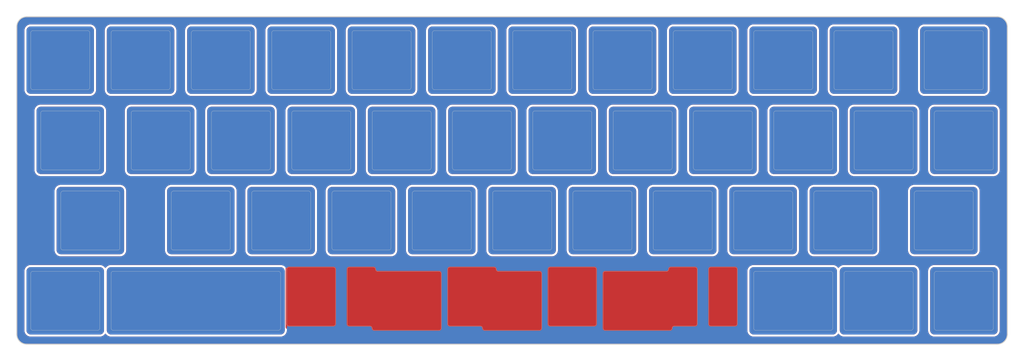
<source format=kicad_pcb>
(kicad_pcb (version 20221018) (generator pcbnew)
  (layers (0 "F.Cu" signal) (31 "B.Cu" signal) (34 "B.Paste" user) (35 "F.Paste" user) (36 "B.SilkS" user "B.Silkscreen") (37 "F.SilkS" user "F.Silkscreen") (38 "B.Mask" user) (39 "F.Mask" user) (44 "Edge.Cuts" user))
  (net 0 "")
  (footprint "Keybage_MX_Cutout:MX_Cutout_1.25u" (layer "F.Cu") (at 30.95625 66.675)
    (fp_text reference "K_39")
    (fp_text value "KEYSW")
    (pad "1" smd roundrect (at 0 0 180) (size 16 16) (layers "F.Cu" "F.Mask") (roundrect_rratio 0.063))
    (pad "1" smd roundrect (at 0 0 180) (size 16 16) (layers "B.Cu" "B.Mask") (roundrect_rratio 0.063))
  )
  (footprint "Keybage_MX_Cutout:MX_Cutout_1u" (layer "F.Cu") (at 119.0625 47.625)
    (fp_text reference "K_30")
    (fp_text value "KEYSW")
    (fp_line (start -7 -6.5) (end -7 6.5) (stroke (width 0.05)) (layer "Edge.Cuts"))
    (fp_line (start -6.5 7) (end 6.5 7) (stroke (width 0.05)) (layer "Edge.Cuts"))
    (fp_line (start 6.5 -7) (end -6.5 -7) (stroke (width 0.05)) (layer "Edge.Cuts"))
    (fp_line (start 7 6.5) (end 7 -6.5) (stroke (width 0.05)) (layer "Edge.Cuts"))
    (fp_arc (start -7 -6.5) (mid -6.853553 -6.853553) (end -6.5 -7) (stroke (width 0.05)) (layer "Edge.Cuts"))
    (fp_arc (start -6.5 7) (mid -6.853553 6.853553) (end -7 6.5) (stroke (width 0.05)) (layer "Edge.Cuts"))
    (fp_arc (start 6.5 -7) (mid 6.853553 -6.853553) (end 7 -6.5) (stroke (width 0.05)) (layer "Edge.Cuts"))
    (fp_arc (start 7 6.5) (mid 6.853553 6.853553) (end 6.5 7) (stroke (width 0.05)) (layer "Edge.Cuts"))
    (pad "1" smd roundrect (at 0 0 180) (size 16 16) (layers "F.Cu" "F.Mask") (roundrect_rratio 0.063))
    (pad "1" smd roundrect (at 0 0 180) (size 16 16) (layers "B.Cu" "B.Mask") (roundrect_rratio 0.063))
  )
  (footprint "Keybage_MX_Cutout:MX_Cutout_1u" (layer "F.Cu") (at 109.5375 28.575)
    (fp_text reference "K_18")
    (fp_text value "KEYSW")
    (fp_line (start -7 -6.5) (end -7 6.5) (stroke (width 0.05)) (layer "Edge.Cuts"))
    (fp_line (start -6.5 7) (end 6.5 7) (stroke (width 0.05)) (layer "Edge.Cuts"))
    (fp_line (start 6.5 -7) (end -6.5 -7) (stroke (width 0.05)) (layer "Edge.Cuts"))
    (fp_line (start 7 6.5) (end 7 -6.5) (stroke (width 0.05)) (layer "Edge.Cuts"))
    (fp_arc (start -7 -6.5) (mid -6.853553 -6.853553) (end -6.5 -7) (stroke (width 0.05)) (layer "Edge.Cuts"))
    (fp_arc (start -6.5 7) (mid -6.853553 6.853553) (end -7 6.5) (stroke (width 0.05)) (layer "Edge.Cuts"))
    (fp_arc (start 6.5 -7) (mid 6.853553 -6.853553) (end 7 -6.5) (stroke (width 0.05)) (layer "Edge.Cuts"))
    (fp_arc (start 7 6.5) (mid 6.853553 6.853553) (end 6.5 7) (stroke (width 0.05)) (layer "Edge.Cuts"))
    (pad "1" smd roundrect (at 0 0 180) (size 16 16) (layers "F.Cu" "F.Mask") (roundrect_rratio 0.063))
    (pad "1" smd roundrect (at 0 0 180) (size 16 16) (layers "B.Cu" "B.Mask") (roundrect_rratio 0.063))
  )
  (footprint "Keybage_MX_Cutout:MX_Cutout_1u" (layer "F.Cu") (at 104.775 9.525)
    (fp_text reference "K_6")
    (fp_text value "KEYSW")
    (fp_line (start -7 -6.5) (end -7 6.5) (stroke (width 0.05)) (layer "Edge.Cuts"))
    (fp_line (start -6.5 7) (end 6.5 7) (stroke (width 0.05)) (layer "Edge.Cuts"))
    (fp_line (start 6.5 -7) (end -6.5 -7) (stroke (width 0.05)) (layer "Edge.Cuts"))
    (fp_line (start 7 6.5) (end 7 -6.5) (stroke (width 0.05)) (layer "Edge.Cuts"))
    (fp_arc (start -7 -6.5) (mid -6.853553 -6.853553) (end -6.5 -7) (stroke (width 0.05)) (layer "Edge.Cuts"))
    (fp_arc (start -6.5 7) (mid -6.853553 6.853553) (end -7 6.5) (stroke (width 0.05)) (layer "Edge.Cuts"))
    (fp_arc (start 6.5 -7) (mid 6.853553 -6.853553) (end 7 -6.5) (stroke (width 0.05)) (layer "Edge.Cuts"))
    (fp_arc (start 7 6.5) (mid 6.853553 6.853553) (end 6.5 7) (stroke (width 0.05)) (layer "Edge.Cuts"))
    (pad "1" smd roundrect (at 0 0 180) (size 16 16) (layers "F.Cu" "F.Mask") (roundrect_rratio 0.063))
    (pad "1" smd roundrect (at 0 0 180) (size 16 16) (layers "B.Cu" "B.Mask") (roundrect_rratio 0.063))
  )
  (footprint "Keybage_MX_Cutout:MX_Cutout_1u" (layer "F.Cu") (at 223.8375 66.675)
    (fp_text reference "K_53")
    (fp_text value "KEYSW")
    (fp_line (start -7 -6.5) (end -7 6.5) (stroke (width 0.05)) (layer "Edge.Cuts"))
    (fp_line (start -6.5 7) (end 6.5 7) (stroke (width 0.05)) (layer "Edge.Cuts"))
    (fp_line (start 6.5 -7) (end -6.5 -7) (stroke (width 0.05)) (layer "Edge.Cuts"))
    (fp_line (start 7 6.5) (end 7 -6.5) (stroke (width 0.05)) (layer "Edge.Cuts"))
    (fp_arc (start -7 -6.5) (mid -6.853553 -6.853553) (end -6.5 -7) (stroke (width 0.05)) (layer "Edge.Cuts"))
    (fp_arc (start -6.5 7) (mid -6.853553 6.853553) (end -7 6.5) (stroke (width 0.05)) (layer "Edge.Cuts"))
    (fp_arc (start 6.5 -7) (mid 6.853553 -6.853553) (end 7 -6.5) (stroke (width 0.05)) (layer "Edge.Cuts"))
    (fp_arc (start 7 6.5) (mid 6.853553 6.853553) (end 6.5 7) (stroke (width 0.05)) (layer "Edge.Cuts"))
    (pad "1" smd roundrect (at 0 0 180) (size 16 16) (layers "F.Cu" "F.Mask") (roundrect_rratio 0.063))
    (pad "1" smd roundrect (at 0 0 180) (size 16 16) (layers "B.Cu" "B.Mask") (roundrect_rratio 0.063))
  )
  (footprint "Keybage_MX_Cutout:MX_Cutout_1.25u" (layer "F.Cu") (at 11.90625 66.675)
    (fp_text reference "K_37")
    (fp_text value "KEYSW")
    (pad "1" smd roundrect (at 0 0 180) (size 16 16) (layers "F.Cu" "F.Mask") (roundrect_rratio 0.063))
    (pad "1" smd roundrect (at 0 0 180) (size 16 16) (layers "B.Cu" "B.Mask") (roundrect_rratio 0.063))
  )
  (footprint "Keybage_MX_Cutout:MX_Cutout_1u" (layer "F.Cu") (at 28.575 66.675)
    (fp_text reference "K_38")
    (fp_text value "KEYSW")
    (pad "1" smd roundrect (at 0 0 180) (size 16 16) (layers "F.Cu" "F.Mask") (roundrect_rratio 0.063))
    (pad "1" smd roundrect (at 0 0 180) (size 16 16) (layers "B.Cu" "B.Mask") (roundrect_rratio 0.063))
  )
  (footprint "Keybage_MX_Cutout:MX_Cutout_1u" (layer "F.Cu") (at 42.8625 47.625)
    (fp_text reference "K_26")
    (fp_text value "KEYSW")
    (fp_line (start -7 -6.5) (end -7 6.5) (stroke (width 0.05)) (layer "Edge.Cuts"))
    (fp_line (start -6.5 7) (end 6.5 7) (stroke (width 0.05)) (layer "Edge.Cuts"))
    (fp_line (start 6.5 -7) (end -6.5 -7) (stroke (width 0.05)) (layer "Edge.Cuts"))
    (fp_line (start 7 6.5) (end 7 -6.5) (stroke (width 0.05)) (layer "Edge.Cuts"))
    (fp_arc (start -7 -6.5) (mid -6.853553 -6.853553) (end -6.5 -7) (stroke (width 0.05)) (layer "Edge.Cuts"))
    (fp_arc (start -6.5 7) (mid -6.853553 6.853553) (end -7 6.5) (stroke (width 0.05)) (layer "Edge.Cuts"))
    (fp_arc (start 6.5 -7) (mid 6.853553 -6.853553) (end 7 -6.5) (stroke (width 0.05)) (layer "Edge.Cuts"))
    (fp_arc (start 7 6.5) (mid 6.853553 6.853553) (end 6.5 7) (stroke (width 0.05)) (layer "Edge.Cuts"))
    (pad "1" smd roundrect (at 0 0 180) (size 16 16) (layers "F.Cu" "F.Mask") (roundrect_rratio 0.063))
    (pad "1" smd roundrect (at 0 0 180) (size 16 16) (layers "B.Cu" "B.Mask") (roundrect_rratio 0.063))
  )
  (footprint "Keybage_MX_Cutout:MX_Cutout_3u" (layer "F.Cu") (at 90.4875 66.675 180)
    (fp_text reference "K_44")
    (fp_text value "KEYSW")
    (pad "1" smd roundrect (at -19.05 1) (size 7.4 15.4) (layers "F.Cu" "F.Mask") (roundrect_rratio 0.063))
    (pad "1" smd roundrect (at 0 0) (size 16 16) (layers "F.Cu" "F.Mask") (roundrect_rratio 0.063))
    (pad "1" smd roundrect (at 19.05 1) (size 7.4 15.4) (layers "F.Cu" "F.Mask") (roundrect_rratio 0.063))
  )
  (footprint "Keybage_MX_Cutout:MX_Cutout_1u" (layer "F.Cu") (at 80.9625 47.625)
    (fp_text reference "K_28")
    (fp_text value "KEYSW")
    (fp_line (start -7 -6.5) (end -7 6.5) (stroke (width 0.05)) (layer "Edge.Cuts"))
    (fp_line (start -6.5 7) (end 6.5 7) (stroke (width 0.05)) (layer "Edge.Cuts"))
    (fp_line (start 6.5 -7) (end -6.5 -7) (stroke (width 0.05)) (layer "Edge.Cuts"))
    (fp_line (start 7 6.5) (end 7 -6.5) (stroke (width 0.05)) (layer "Edge.Cuts"))
    (fp_arc (start -7 -6.5) (mid -6.853553 -6.853553) (end -6.5 -7) (stroke (width 0.05)) (layer "Edge.Cuts"))
    (fp_arc (start -6.5 7) (mid -6.853553 6.853553) (end -7 6.5) (stroke (width 0.05)) (layer "Edge.Cuts"))
    (fp_arc (start 6.5 -7) (mid 6.853553 -6.853553) (end 7 -6.5) (stroke (width 0.05)) (layer "Edge.Cuts"))
    (fp_arc (start 7 6.5) (mid 6.853553 6.853553) (end 6.5 7) (stroke (width 0.05)) (layer "Edge.Cuts"))
    (pad "1" smd roundrect (at 0 0 180) (size 16 16) (layers "F.Cu" "F.Mask") (roundrect_rratio 0.063))
    (pad "1" smd roundrect (at 0 0 180) (size 16 16) (layers "B.Cu" "B.Mask") (roundrect_rratio 0.063))
  )
  (footprint "Keybage_MX_Cutout:MX_Cutout_1u" (layer "F.Cu") (at 185.7375 28.575)
    (fp_text reference "K_22")
    (fp_text value "KEYSW")
    (fp_line (start -7 -6.5) (end -7 6.5) (stroke (width 0.05)) (layer "Edge.Cuts"))
    (fp_line (start -6.5 7) (end 6.5 7) (stroke (width 0.05)) (layer "Edge.Cuts"))
    (fp_line (start 6.5 -7) (end -6.5 -7) (stroke (width 0.05)) (layer "Edge.Cuts"))
    (fp_line (start 7 6.5) (end 7 -6.5) (stroke (width 0.05)) (layer "Edge.Cuts"))
    (fp_arc (start -7 -6.5) (mid -6.853553 -6.853553) (end -6.5 -7) (stroke (width 0.05)) (layer "Edge.Cuts"))
    (fp_arc (start -6.5 7) (mid -6.853553 6.853553) (end -7 6.5) (stroke (width 0.05)) (layer "Edge.Cuts"))
    (fp_arc (start 6.5 -7) (mid 6.853553 -6.853553) (end 7 -6.5) (stroke (width 0.05)) (layer "Edge.Cuts"))
    (fp_arc (start 7 6.5) (mid 6.853553 6.853553) (end 6.5 7) (stroke (width 0.05)) (layer "Edge.Cuts"))
    (pad "1" smd roundrect (at 0 0 180) (size 16 16) (layers "F.Cu" "F.Mask") (roundrect_rratio 0.063))
    (pad "1" smd roundrect (at 0 0 180) (size 16 16) (layers "B.Cu" "B.Mask") (roundrect_rratio 0.063))
  )
  (footprint "Keybage_MX_Cutout:MX_Cutout_1.25u" (layer "F.Cu") (at 54.76875 66.675)
    (fp_text reference "K_43")
    (fp_text value "KEYSW")
    (pad "1" smd roundrect (at 0 0 180) (size 16 16) (layers "F.Cu" "F.Mask") (roundrect_rratio 0.063))
    (pad "1" smd roundrect (at 0 0 180) (size 16 16) (layers "B.Cu" "B.Mask") (roundrect_rratio 0.063))
  )
  (footprint "Keybage_MX_Cutout:MX_Cutout_1u" (layer "F.Cu") (at 166.6875 28.575)
    (fp_text reference "K_21")
    (fp_text value "KEYSW")
    (fp_line (start -7 -6.5) (end -7 6.5) (stroke (width 0.05)) (layer "Edge.Cuts"))
    (fp_line (start -6.5 7) (end 6.5 7) (stroke (width 0.05)) (layer "Edge.Cuts"))
    (fp_line (start 6.5 -7) (end -6.5 -7) (stroke (width 0.05)) (layer "Edge.Cuts"))
    (fp_line (start 7 6.5) (end 7 -6.5) (stroke (width 0.05)) (layer "Edge.Cuts"))
    (fp_arc (start -7 -6.5) (mid -6.853553 -6.853553) (end -6.5 -7) (stroke (width 0.05)) (layer "Edge.Cuts"))
    (fp_arc (start -6.5 7) (mid -6.853553 6.853553) (end -7 6.5) (stroke (width 0.05)) (layer "Edge.Cuts"))
    (fp_arc (start 6.5 -7) (mid 6.853553 -6.853553) (end 7 -6.5) (stroke (width 0.05)) (layer "Edge.Cuts"))
    (fp_arc (start 7 6.5) (mid 6.853553 6.853553) (end 6.5 7) (stroke (width 0.05)) (layer "Edge.Cuts"))
    (pad "1" smd roundrect (at 0 0 180) (size 16 16) (layers "F.Cu" "F.Mask") (roundrect_rratio 0.063))
    (pad "1" smd roundrect (at 0 0 180) (size 16 16) (layers "B.Cu" "B.Mask") (roundrect_rratio 0.063))
  )
  (footprint "Keybage_MX_Cutout:MX_Cutout_2.75u" (layer "F.Cu") (at 145.25625 66.675 180)
    (fp_text reference "K_47")
    (fp_text value "KEYSW")
    (pad "1" smd roundrect (at -11.9375 1) (size 7.4 15.4) (layers "F.Cu" "F.Mask") (roundrect_rratio 0.063))
    (pad "1" smd roundrect (at 0 0) (size 16 16) (layers "F.Cu" "F.Mask") (roundrect_rratio 0.063))
    (pad "1" smd roundrect (at 11.9375 1) (size 7.4 15.4) (layers "F.Cu" "F.Mask") (roundrect_rratio 0.063))
  )
  (footprint "Keybage_MX_Cutout:MX_Cutout_3u" (layer "F.Cu") (at 147.6375 66.675 180)
    (fp_text reference "K_48")
    (fp_text value "KEYSW")
    (fp_line (start -22.425 7.5) (end -22.425 -5.5) (stroke (width 0.05)) (layer "Edge.Cuts"))
    (fp_line (start -21.925 -6) (end -16.175 -6) (stroke (width 0.05)) (layer "Edge.Cuts"))
    (fp_line (start -16.175 8) (end -21.925 8) (stroke (width 0.05)) (layer "Edge.Cuts"))
    (fp_line (start -15.675 -5.5) (end -15.675 7.5) (stroke (width 0.05)) (layer "Edge.Cuts"))
    (fp_arc (start -22.425 -5.5) (mid -22.278553 -5.853553) (end -21.925 -6) (stroke (width 0.05)) (layer "Edge.Cuts"))
    (fp_arc (start -21.925 8) (mid -22.278553 7.853553) (end -22.425 7.5) (stroke (width 0.05)) (layer "Edge.Cuts"))
    (fp_arc (start -16.175 -6) (mid -15.821447 -5.853553) (end -15.675 -5.5) (stroke (width 0.05)) (layer "Edge.Cuts"))
    (fp_arc (start -15.675 7.5) (mid -15.821447 7.853553) (end -16.175 8) (stroke (width 0.05)) (layer "Edge.Cuts"))
    (pad "1" smd roundrect (at -19.05 1) (size 7.4 15.4) (layers "F.Cu" "F.Mask") (roundrect_rratio 0.063))
    (pad "1" smd roundrect (at 0 0) (size 16 16) (layers "F.Cu" "F.Mask") (roundrect_rratio 0.063))
    (pad "1" smd roundrect (at 19.05 1) (size 7.4 15.4) (layers "F.Cu" "F.Mask") (roundrect_rratio 0.063))
  )
  (footprint "Keybage_MX_Cutout:MX_Cutout_1u" (layer "F.Cu") (at 128.5875 28.575)
    (fp_text reference "K_19")
    (fp_text value "KEYSW")
    (fp_line (start -7 -6.5) (end -7 6.5) (stroke (width 0.05)) (layer "Edge.Cuts"))
    (fp_line (start -6.5 7) (end 6.5 7) (stroke (width 0.05)) (layer "Edge.Cuts"))
    (fp_line (start 6.5 -7) (end -6.5 -7) (stroke (width 0.05)) (layer "Edge.Cuts"))
    (fp_line (start 7 6.5) (end 7 -6.5) (stroke (width 0.05)) (layer "Edge.Cuts"))
    (fp_arc (start -7 -6.5) (mid -6.853553 -6.853553) (end -6.5 -7) (stroke (width 0.05)) (layer "Edge.Cuts"))
    (fp_arc (start -6.5 7) (mid -6.853553 6.853553) (end -7 6.5) (stroke (width 0.05)) (layer "Edge.Cuts"))
    (fp_arc (start 6.5 -7) (mid 6.853553 -6.853553) (end 7 -6.5) (stroke (width 0.05)) (layer "Edge.Cuts"))
    (fp_arc (start 7 6.5) (mid 6.853553 6.853553) (end 6.5 7) (stroke (width 0.05)) (layer "Edge.Cuts"))
    (pad "1" smd roundrect (at 0 0 180) (size 16 16) (layers "F.Cu" "F.Mask") (roundrect_rratio 0.063))
    (pad "1" smd roundrect (at 0 0 180) (size 16 16) (layers "B.Cu" "B.Mask") (roundrect_rratio 0.063))
  )
  (footprint "Keybage_MX_Cutout:MX_Cutout_1.25u" (layer "F.Cu") (at 202.40625 66.675)
    (fp_text reference "K_51")
    (fp_text value "KEYSW")
    (pad "1" smd roundrect (at 0 0 180) (size 16 16) (layers "F.Cu" "F.Mask") (roundrect_rratio 0.063))
    (pad "1" smd roundrect (at 0 0 180) (size 16 16) (layers "B.Cu" "B.Mask") (roundrect_rratio 0.063))
  )
  (footprint "Keybage_MX_Cutout:MX_Cutout_1u" (layer "F.Cu") (at 100.0125 47.625)
    (fp_text reference "K_29")
    (fp_text value "KEYSW")
    (fp_line (start -7 -6.5) (end -7 6.5) (stroke (width 0.05)) (layer "Edge.Cuts"))
    (fp_line (start -6.5 7) (end 6.5 7) (stroke (width 0.05)) (layer "Edge.Cuts"))
    (fp_line (start 6.5 -7) (end -6.5 -7) (stroke (width 0.05)) (layer "Edge.Cuts"))
    (fp_line (start 7 6.5) (end 7 -6.5) (stroke (width 0.05)) (layer "Edge.Cuts"))
    (fp_arc (start -7 -6.5) (mid -6.853553 -6.853553) (end -6.5 -7) (stroke (width 0.05)) (layer "Edge.Cuts"))
    (fp_arc (start -6.5 7) (mid -6.853553 6.853553) (end -7 6.5) (stroke (width 0.05)) (layer "Edge.Cuts"))
    (fp_arc (start 6.5 -7) (mid 6.853553 -6.853553) (end 7 -6.5) (stroke (width 0.05)) (layer "Edge.Cuts"))
    (fp_arc (start 7 6.5) (mid 6.853553 6.853553) (end 6.5 7) (stroke (width 0.05)) (layer "Edge.Cuts"))
    (pad "1" smd roundrect (at 0 0 180) (size 16 16) (layers "F.Cu" "F.Mask") (roundrect_rratio 0.063))
    (pad "1" smd roundrect (at 0 0 180) (size 16 16) (layers "B.Cu" "B.Mask") (roundrect_rratio 0.063))
  )
  (footprint "Keybage_MX_Cutout:MX_Cutout_1u" (layer "F.Cu") (at 142.875 9.525)
    (fp_text reference "K_8")
    (fp_text value "KEYSW")
    (fp_line (start -7 -6.5) (end -7 6.5) (stroke (width 0.05)) (layer "Edge.Cuts"))
    (fp_line (start -6.5 7) (end 6.5 7) (stroke (width 0.05)) (layer "Edge.Cuts"))
    (fp_line (start 6.5 -7) (end -6.5 -7) (stroke (width 0.05)) (layer "Edge.Cuts"))
    (fp_line (start 7 6.5) (end 7 -6.5) (stroke (width 0.05)) (layer "Edge.Cuts"))
    (fp_arc (start -7 -6.5) (mid -6.853553 -6.853553) (end -6.5 -7) (stroke (width 0.05)) (layer "Edge.Cuts"))
    (fp_arc (start -6.5 7) (mid -6.853553 6.853553) (end -7 6.5) (stroke (width 0.05)) (layer "Edge.Cuts"))
    (fp_arc (start 6.5 -7) (mid 6.853553 -6.853553) (end 7 -6.5) (stroke (width 0.05)) (layer "Edge.Cuts"))
    (fp_arc (start 7 6.5) (mid 6.853553 6.853553) (end 6.5 7) (stroke (width 0.05)) (layer "Edge.Cuts"))
    (pad "1" smd roundrect (at 0 0 180) (size 16 16) (layers "F.Cu" "F.Mask") (roundrect_rratio 0.063))
    (pad "1" smd roundrect (at 0 0 180) (size 16 16) (layers "B.Cu" "B.Mask") (roundrect_rratio 0.063))
  )
  (footprint "Keybage_MX_Cutout:MX_Cutout_1u" (layer "F.Cu") (at 9.525 9.525)
    (fp_text reference "K_1")
    (fp_text value "KEYSW")
    (fp_line (start -7 -6.5) (end -7 6.5) (stroke (width 0.05)) (layer "Edge.Cuts"))
    (fp_line (start -6.5 7) (end 6.5 7) (stroke (width 0.05)) (layer "Edge.Cuts"))
    (fp_line (start 6.5 -7) (end -6.5 -7) (stroke (width 0.05)) (layer "Edge.Cuts"))
    (fp_line (start 7 6.5) (end 7 -6.5) (stroke (width 0.05)) (layer "Edge.Cuts"))
    (fp_arc (start -7 -6.5) (mid -6.853553 -6.853553) (end -6.5 -7) (stroke (width 0.05)) (layer "Edge.Cuts"))
    (fp_arc (start -6.5 7) (mid -6.853553 6.853553) (end -7 6.5) (stroke (width 0.05)) (layer "Edge.Cuts"))
    (fp_arc (start 6.5 -7) (mid 6.853553 -6.853553) (end 7 -6.5) (stroke (width 0.05)) (layer "Edge.Cuts"))
    (fp_arc (start 7 6.5) (mid 6.853553 6.853553) (end 6.5 7) (stroke (width 0.05)) (layer "Edge.Cuts"))
    (pad "1" smd roundrect (at 0 0 180) (size 16 16) (layers "F.Cu" "F.Mask") (roundrect_rratio 0.063))
    (pad "1" smd roundrect (at 0 0 180) (size 16 16) (layers "B.Cu" "B.Mask") (roundrect_rratio 0.063))
  )
  (footprint "Keybage_MX_Cutout:MX_Cutout_1u" (layer "F.Cu") (at 90.4875 28.575)
    (fp_text reference "K_17")
    (fp_text value "KEYSW")
    (fp_line (start -7 -6.5) (end -7 6.5) (stroke (width 0.05)) (layer "Edge.Cuts"))
    (fp_line (start -6.5 7) (end 6.5 7) (stroke (width 0.05)) (layer "Edge.Cuts"))
    (fp_line (start 6.5 -7) (end -6.5 -7) (stroke (width 0.05)) (layer "Edge.Cuts"))
    (fp_line (start 7 6.5) (end 7 -6.5) (stroke (width 0.05)) (layer "Edge.Cuts"))
    (fp_arc (start -7 -6.5) (mid -6.853553 -6.853553) (end -6.5 -7) (stroke (width 0.05)) (layer "Edge.Cuts"))
    (fp_arc (start -6.5 7) (mid -6.853553 6.853553) (end -7 6.5) (stroke (width 0.05)) (layer "Edge.Cuts"))
    (fp_arc (start 6.5 -7) (mid 6.853553 -6.853553) (end 7 -6.5) (stroke (width 0.05)) (layer "Edge.Cuts"))
    (fp_arc (start 7 6.5) (mid 6.853553 6.853553) (end 6.5 7) (stroke (width 0.05)) (layer "Edge.Cuts"))
    (pad "1" smd roundrect (at 0 0 180) (size 16 16) (layers "F.Cu" "F.Mask") (roundrect_rratio 0.063))
    (pad "1" smd roundrect (at 0 0 180) (size 16 16) (layers "B.Cu" "B.Mask") (roundrect_rratio 0.063))
  )
  (footprint "Keybage_MX_Cutout:MX_Cutout_1u" (layer "F.Cu") (at 180.975 66.675)
    (fp_text reference "K_49")
    (fp_text value "KEYSW")
    (pad "1" smd roundrect (at 0 0 180) (size 16 16) (layers "F.Cu" "F.Mask") (roundrect_rratio 0.063))
    (pad "1" smd roundrect (at 0 0 180) (size 16 16) (layers "B.Cu" "B.Mask") (roundrect_rratio 0.063))
  )
  (footprint "Keybage_MX_Cutout:MX_Cutout_1u" (layer "F.Cu") (at 47.625 9.525)
    (fp_text reference "K_3")
    (fp_text value "KEYSW")
    (fp_line (start -7 -6.5) (end -7 6.5) (stroke (width 0.05)) (layer "Edge.Cuts"))
    (fp_line (start -6.5 7) (end 6.5 7) (stroke (width 0.05)) (layer "Edge.Cuts"))
    (fp_line (start 6.5 -7) (end -6.5 -7) (stroke (width 0.05)) (layer "Edge.Cuts"))
    (fp_line (start 7 6.5) (end 7 -6.5) (stroke (width 0.05)) (layer "Edge.Cuts"))
    (fp_arc (start -7 -6.5) (mid -6.853553 -6.853553) (end -6.5 -7) (stroke (width 0.05)) (layer "Edge.Cuts"))
    (fp_arc (start -6.5 7) (mid -6.853553 6.853553) (end -7 6.5) (stroke (width 0.05)) (layer "Edge.Cuts"))
    (fp_arc (start 6.5 -7) (mid 6.853553 -6.853553) (end 7 -6.5) (stroke (width 0.05)) (layer "Edge.Cuts"))
    (fp_arc (start 7 6.5) (mid 6.853553 6.853553) (end 6.5 7) (stroke (width 0.05)) (layer "Edge.Cuts"))
    (pad "1" smd roundrect (at 0 0 180) (size 16 16) (layers "F.Cu" "F.Mask") (roundrect_rratio 0.063))
    (pad "1" smd roundrect (at 0 0 180) (size 16 16) (layers "B.Cu" "B.Mask") (roundrect_rratio 0.063))
  )
  (footprint "Keybage_MX_Cutout:MX_Cutout_1u" (layer "F.Cu") (at 157.1625 47.625)
    (fp_text reference "K_32")
    (fp_text value "KEYSW")
    (fp_line (start -7 -6.5) (end -7 6.5) (stroke (width 0.05)) (layer "Edge.Cuts"))
    (fp_line (start -6.5 7) (end 6.5 7) (stroke (width 0.05)) (layer "Edge.Cuts"))
    (fp_line (start 6.5 -7) (end -6.5 -7) (stroke (width 0.05)) (layer "Edge.Cuts"))
    (fp_line (start 7 6.5) (end 7 -6.5) (stroke (width 0.05)) (layer "Edge.Cuts"))
    (fp_arc (start -7 -6.5) (mid -6.853553 -6.853553) (end -6.5 -7) (stroke (width 0.05)) (layer "Edge.Cuts"))
    (fp_arc (start -6.5 7) (mid -6.853553 6.853553) (end -7 6.5) (stroke (width 0.05)) (layer "Edge.Cuts"))
    (fp_arc (start 6.5 -7) (mid 6.853553 -6.853553) (end 7 -6.5) (stroke (width 0.05)) (layer "Edge.Cuts"))
    (fp_arc (start 7 6.5) (mid 6.853553 6.853553) (end 6.5 7) (stroke (width 0.05)) (layer "Edge.Cuts"))
    (pad "1" smd roundrect (at 0 0 180) (size 16 16) (layers "F.Cu" "F.Mask") (roundrect_rratio 0.063))
    (pad "1" smd roundrect (at 0 0 180) (size 16 16) (layers "B.Cu" "B.Mask") (roundrect_rratio 0.063))
  )
  (footprint "Keybage_MX_Cutout:MX_Cutout_1u" (layer "F.Cu") (at 71.4375 28.575)
    (fp_text reference "K_16")
    (fp_text value "KEYSW")
    (fp_line (start -7 -6.5) (end -7 6.5) (stroke (width 0.05)) (layer "Edge.Cuts"))
    (fp_line (start -6.5 7) (end 6.5 7) (stroke (width 0.05)) (layer "Edge.Cuts"))
    (fp_line (start 6.5 -7) (end -6.5 -7) (stroke (width 0.05)) (layer "Edge.Cuts"))
    (fp_line (start 7 6.5) (end 7 -6.5) (stroke (width 0.05)) (layer "Edge.Cuts"))
    (fp_arc (start -7 -6.5) (mid -6.853553 -6.853553) (end -6.5 -7) (stroke (width 0.05)) (layer "Edge.Cuts"))
    (fp_arc (start -6.5 7) (mid -6.853553 6.853553) (end -7 6.5) (stroke (width 0.05)) (layer "Edge.Cuts"))
    (fp_arc (start 6.5 -7) (mid 6.853553 -6.853553) (end 7 -6.5) (stroke (width 0.05)) (layer "Edge.Cuts"))
    (fp_arc (start 7 6.5) (mid 6.853553 6.853553) (end 6.5 7) (stroke (width 0.05)) (layer "Edge.Cuts"))
    (pad "1" smd roundrect (at 0 0 180) (size 16 16) (layers "F.Cu" "F.Mask") (roundrect_rratio 0.063))
    (pad "1" smd roundrect (at 0 0 180) (size 16 16) (layers "B.Cu" "B.Mask") (roundrect_rratio 0.063))
  )
  (footprint "Keybage_MX_Cutout:MX_Cutout_6.25u" (layer "F.Cu") (at 116.68125 66.675 180)
    (fp_text reference "K_46")
    (fp_text value "KEYSW")
    (pad "1" smd roundrect (at -49.9999 1) (size 7.4 15.4) (layers "F.Cu" "F.Mask") (roundrect_rratio 0.063))
    (pad "1" smd roundrect (at 0 0) (size 16 16) (layers "F.Cu" "F.Mask") (roundrect_rratio 0.063))
    (pad "1" smd roundrect (at 49.9999 1) (size 7.4 15.4) (layers "F.Cu" "F.Mask") (roundrect_rratio 0.063))
  )
  (footprint "Keybage_MX_Cutout:MX_Cutout_1u" (layer "F.Cu") (at 28.575 9.525)
    (fp_text reference "K_2")
    (fp_text value "KEYSW")
    (fp_line (start -7 -6.5) (end -7 6.5) (stroke (width 0.05)) (layer "Edge.Cuts"))
    (fp_line (start -6.5 7) (end 6.5 7) (stroke (width 0.05)) (layer "Edge.Cuts"))
    (fp_line (start 6.5 -7) (end -6.5 -7) (stroke (width 0.05)) (layer "Edge.Cuts"))
    (fp_line (start 7 6.5) (end 7 -6.5) (stroke (width 0.05)) (layer "Edge.Cuts"))
    (fp_arc (start -7 -6.5) (mid -6.853553 -6.853553) (end -6.5 -7) (stroke (width 0.05)) (layer "Edge.Cuts"))
    (fp_arc (start -6.5 7) (mid -6.853553 6.853553) (end -7 6.5) (stroke (width 0.05)) (layer "Edge.Cuts"))
    (fp_arc (start 6.5 -7) (mid 6.853553 -6.853553) (end 7 -6.5) (stroke (width 0.05)) (layer "Edge.Cuts"))
    (fp_arc (start 7 6.5) (mid 6.853553 6.853553) (end 6.5 7) (stroke (width 0.05)) (layer "Edge.Cuts"))
    (pad "1" smd roundrect (at 0 0 180) (size 16 16) (layers "F.Cu" "F.Mask") (roundrect_rratio 0.063))
    (pad "1" smd roundrect (at 0 0 180) (size 16 16) (layers "B.Cu" "B.Mask") (roundrect_rratio 0.063))
  )
  (footprint "Keybage_MX_Cutout:MX_Cutout_1.5u" (layer "F.Cu") (at 219.075 47.625)
    (fp_text reference "K_35")
    (fp_text value "KEYSW")
    (fp_line (start -7 -6.5) (end -7 6.5) (stroke (width 0.05)) (layer "Edge.Cuts"))
    (fp_line (start -6.5 7) (end 6.5 7) (stroke (width 0.05)) (layer "Edge.Cuts"))
    (fp_line (start 6.5 -7) (end -6.5 -7) (stroke (width 0.05)) (layer "Edge.Cuts"))
    (fp_line (start 7 6.5) (end 7 -6.5) (stroke (width 0.05)) (layer "Edge.Cuts"))
    (fp_arc (start -7 -6.5) (mid -6.853553 -6.853553) (end -6.5 -7) (stroke (width 0.05)) (layer "Edge.Cuts"))
    (fp_arc (start -6.5 7) (mid -6.853553 6.853553) (end -7 6.5) (stroke (width 0.05)) (layer "Edge.Cuts"))
    (fp_arc (start 6.5 -7) (mid 6.853553 -6.853553) (end 7 -6.5) (stroke (width 0.05)) (layer "Edge.Cuts"))
    (fp_arc (start 7 6.5) (mid 6.853553 6.853553) (end 6.5 7) (stroke (width 0.05)) (layer "Edge.Cuts"))
    (pad "1" smd roundrect (at 0 0 180) (size 16 16) (layers "F.Cu" "F.Mask") (roundrect_rratio 0.063))
    (pad "1" smd roundrect (at 0 0 180) (size 16 16) (layers "B.Cu" "B.Mask") (roundrect_rratio 0.063))
  )
  (footprint "Keybage_MX_Cutout:MX_Cutout_1u" (layer "F.Cu") (at 204.7875 28.575)
    (fp_text reference "K_23")
    (fp_text value "KEYSW")
    (fp_line (start -7 -6.5) (end -7 6.5) (stroke (width 0.05)) (layer "Edge.Cuts"))
    (fp_line (start -6.5 7) (end 6.5 7) (stroke (width 0.05)) (layer "Edge.Cuts"))
    (fp_line (start 6.5 -7) (end -6.5 -7) (stroke (width 0.05)) (layer "Edge.Cuts"))
    (fp_line (start 7 6.5) (end 7 -6.5) (stroke (width 0.05)) (layer "Edge.Cuts"))
    (fp_arc (start -7 -6.5) (mid -6.853553 -6.853553) (end -6.5 -7) (stroke (width 0.05)) (layer "Edge.Cuts"))
    (fp_arc (start -6.5 7) (mid -6.853553 6.853553) (end -7 6.5) (stroke (width 0.05)) (layer "Edge.Cuts"))
    (fp_arc (start 6.5 -7) (mid 6.853553 -6.853553) (end 7 -6.5) (stroke (width 0.05)) (layer "Edge.Cuts"))
    (fp_arc (start 7 6.5) (mid 6.853553 6.853553) (end 6.5 7) (stroke (width 0.05)) (layer "Edge.Cuts"))
    (pad "1" smd roundrect (at 0 0 180) (size 16 16) (layers "F.Cu" "F.Mask") (roundrect_rratio 0.063))
    (pad "1" smd roundrect (at 0 0 180) (size 16 16) (layers "B.Cu" "B.Mask") (roundrect_rratio 0.063))
  )
  (footprint "Keybage_MX_Cutout:MX_Cutout_1u" (layer "F.Cu") (at 204.7875 66.675)
    (fp_text reference "K_52")
    (fp_text value "KEYSW")
    (pad "1" smd roundrect (at 0 0 180) (size 16 16) (layers "F.Cu" "F.Mask") (roundrect_rratio 0.063))
    (pad "1" smd roundrect (at 0 0 180) (size 16 16) (layers "B.Cu" "B.Mask") (roundrect_rratio 0.063))
  )
  (footprint "Keybage_MX_Cutout:MX_Cutout_1u" (layer "F.Cu") (at 138.1125 47.625)
    (fp_text reference "K_31")
    (fp_text value "KEYSW")
    (fp_line (start -7 -6.5) (end -7 6.5) (stroke (width 0.05)) (layer "Edge.Cuts"))
    (fp_line (start -6.5 7) (end 6.5 7) (stroke (width 0.05)) (layer "Edge.Cuts"))
    (fp_line (start 6.5 -7) (end -6.5 -7) (stroke (width 0.05)) (layer "Edge.Cuts"))
    (fp_line (start 7 6.5) (end 7 -6.5) (stroke (width 0.05)) (layer "Edge.Cuts"))
    (fp_arc (start -7 -6.5) (mid -6.853553 -6.853553) (end -6.5 -7) (stroke (width 0.05)) (layer "Edge.Cuts"))
    (fp_arc (start -6.5 7) (mid -6.853553 6.853553) (end -7 6.5) (stroke (width 0.05)) (layer "Edge.Cuts"))
    (fp_arc (start 6.5 -7) (mid 6.853553 -6.853553) (end 7 -6.5) (stroke (width 0.05)) (layer "Edge.Cuts"))
    (fp_arc (start 7 6.5) (mid 6.853553 6.853553) (end 6.5 7) (stroke (width 0.05)) (layer "Edge.Cuts"))
    (pad "1" smd roundrect (at 0 0 180) (size 16 16) (layers "F.Cu" "F.Mask") (roundrect_rratio 0.063))
    (pad "1" smd roundrect (at 0 0 180) (size 16 16) (layers "B.Cu" "B.Mask") (roundrect_rratio 0.063))
  )
  (footprint "Keybage_MX_Cutout:MX_Cutout_1u" (layer "F.Cu") (at 185.7375 66.675)
    (fp_text reference "K_50")
    (fp_text value "KEYSW")
    (pad "1" smd roundrect (at 0 0 180) (size 16 16) (layers "F.Cu" "F.Mask") (roundrect_rratio 0.063))
    (pad "1" smd roundrect (at 0 0 180) (size 16 16) (layers "B.Cu" "B.Mask") (roundrect_rratio 0.063))
  )
  (footprint "Keybage_MX_Cutout:MX_Cutout_2.75u" (layer "F.Cu") (at 92.86875 66.675 180)
    (fp_text reference "K_45")
    (fp_text value "KEYSW")
    (pad "1" smd roundrect (at -11.9375 1) (size 7.4 15.4) (layers "F.Cu" "F.Mask") (roundrect_rratio 0.063))
    (pad "1" smd roundrect (at 0 0) (size 16 16) (layers "F.Cu" "F.Mask") (roundrect_rratio 0.063))
    (pad "1" smd roundrect (at 11.9375 1) (size 7.4 15.4) (layers "F.Cu" "F.Mask") (roundrect_rratio 0.063))
  )
  (footprint "Keybage_MX_Cutout:MX_Cutout_1u" (layer "F.Cu") (at 123.825 9.525)
    (fp_text reference "K_7")
    (fp_text value "KEYSW")
    (fp_line (start -7 -6.5) (end -7 6.5) (stroke (width 0.05)) (layer "Edge.Cuts"))
    (fp_line (start -6.5 7) (end 6.5 7) (stroke (width 0.05)) (layer "Edge.Cuts"))
    (fp_line (start 6.5 -7) (end -6.5 -7) (stroke (width 0.05)) (layer "Edge.Cuts"))
    (fp_line (start 7 6.5) (end 7 -6.5) (stroke (width 0.05)) (layer "Edge.Cuts"))
    (fp_arc (start -7 -6.5) (mid -6.853553 -6.853553) (end -6.5 -7) (stroke (width 0.05)) (layer "Edge.Cuts"))
    (fp_arc (start -6.5 7) (mid -6.853553 6.853553) (end -7 6.5) (stroke (width 0.05)) (layer "Edge.Cuts"))
    (fp_arc (start 6.5 -7) (mid 6.853553 -6.853553) (end 7 -6.5) (stroke (width 0.05)) (layer "Edge.Cuts"))
    (fp_arc (start 7 6.5) (mid 6.853553 6.853553) (end 6.5 7) (stroke (width 0.05)) (layer "Edge.Cuts"))
    (pad "1" smd roundrect (at 0 0 180) (size 16 16) (layers "F.Cu" "F.Mask") (roundrect_rratio 0.063))
    (pad "1" smd roundrect (at 0 0 180) (size 16 16) (layers "B.Cu" "B.Mask") (roundrect_rratio 0.063))
  )
  (footprint "Keybage_MX_Cutout:MX_Cutout_1u" (layer "F.Cu") (at 52.3875 28.575)
    (fp_text reference "K_15")
    (fp_text value "KEYSW")
    (fp_line (start -7 -6.5) (end -7 6.5) (stroke (width 0.05)) (layer "Edge.Cuts"))
    (fp_line (start -6.5 7) (end 6.5 7) (stroke (width 0.05)) (layer "Edge.Cuts"))
    (fp_line (start 6.5 -7) (end -6.5 -7) (stroke (width 0.05)) (layer "Edge.Cuts"))
    (fp_line (start 7 6.5) (end 7 -6.5) (stroke (width 0.05)) (layer "Edge.Cuts"))
    (fp_arc (start -7 -6.5) (mid -6.853553 -6.853553) (end -6.5 -7) (stroke (width 0.05)) (layer "Edge.Cuts"))
    (fp_arc (start -6.5 7) (mid -6.853553 6.853553) (end -7 6.5) (stroke (width 0.05)) (layer "Edge.Cuts"))
    (fp_arc (start 6.5 -7) (mid 6.853553 -6.853553) (end 7 -6.5) (stroke (width 0.05)) (layer "Edge.Cuts"))
    (fp_arc (start 7 6.5) (mid 6.853553 6.853553) (end 6.5 7) (stroke (width 0.05)) (layer "Edge.Cuts"))
    (pad "1" smd roundrect (at 0 0 180) (size 16 16) (layers "F.Cu" "F.Mask") (roundrect_rratio 0.063))
    (pad "1" smd roundrect (at 0 0 180) (size 16 16) (layers "B.Cu" "B.Mask") (roundrect_rratio 0.063))
  )
  (footprint "Keybage_MX_Cutout:MX_Cutout_1u" (layer "F.Cu") (at 180.975 9.525)
    (fp_text reference "K_10")
    (fp_text value "KEYSW")
    (fp_line (start -7 -6.5) (end -7 6.5) (stroke (width 0.05)) (layer "Edge.Cuts"))
    (fp_line (start -6.5 7) (end 6.5 7) (stroke (width 0.05)) (layer "Edge.Cuts"))
    (fp_line (start 6.5 -7) (end -6.5 -7) (stroke (width 0.05)) (layer "Edge.Cuts"))
    (fp_line (start 7 6.5) (end 7 -6.5) (stroke (width 0.05)) (layer "Edge.Cuts"))
    (fp_arc (start -7 -6.5) (mid -6.853553 -6.853553) (end -6.5 -7) (stroke (width 0.05)) (layer "Edge.Cuts"))
    (fp_arc (start -6.5 7) (mid -6.853553 6.853553) (end -7 6.5) (stroke (width 0.05)) (layer "Edge.Cuts"))
    (fp_arc (start 6.5 -7) (mid 6.853553 -6.853553) (end 7 -6.5) (stroke (width 0.05)) (layer "Edge.Cuts"))
    (fp_arc (start 7 6.5) (mid 6.853553 6.853553) (end 6.5 7) (stroke (width 0.05)) (layer "Edge.Cuts"))
    (pad "1" smd roundrect (at 0 0 180) (size 16 16) (layers "F.Cu" "F.Mask") (roundrect_rratio 0.063))
    (pad "1" smd roundrect (at 0 0 180) (size 16 16) (layers "B.Cu" "B.Mask") (roundrect_rratio 0.063))
  )
  (footprint "Keybage_MX_Cutout:MX_Cutout_1u" (layer "F.Cu") (at 66.675 9.525)
    (fp_text reference "K_4")
    (fp_text value "KEYSW")
    (fp_line (start -7 -6.5) (end -7 6.5) (stroke (width 0.05)) (layer "Edge.Cuts"))
    (fp_line (start -6.5 7) (end 6.5 7) (stroke (width 0.05)) (layer "Edge.Cuts"))
    (fp_line (start 6.5 -7) (end -6.5 -7) (stroke (width 0.05)) (layer "Edge.Cuts"))
    (fp_line (start 7 6.5) (end 7 -6.5) (stroke (width 0.05)) (layer "Edge.Cuts"))
    (fp_arc (start -7 -6.5) (mid -6.853553 -6.853553) (end -6.5 -7) (stroke (width 0.05)) (layer "Edge.Cuts"))
    (fp_arc (start -6.5 7) (mid -6.853553 6.853553) (end -7 6.5) (stroke (width 0.05)) (layer "Edge.Cuts"))
    (fp_arc (start 6.5 -7) (mid 6.853553 -6.853553) (end 7 -6.5) (stroke (width 0.05)) (layer "Edge.Cuts"))
    (fp_arc (start 7 6.5) (mid 6.853553 6.853553) (end 6.5 7) (stroke (width 0.05)) (layer "Edge.Cuts"))
    (pad "1" smd roundrect (at 0 0 180) (size 16 16) (layers "F.Cu" "F.Mask") (roundrect_rratio 0.063))
    (pad "1" smd roundrect (at 0 0 180) (size 16 16) (layers "B.Cu" "B.Mask") (roundrect_rratio 0.063))
  )
  (footprint "Keybage_MX_Cutout:MX_Cutout_1u" (layer "F.Cu") (at 200.025 9.525)
    (fp_text reference "K_11")
    (fp_text value "KEYSW")
    (fp_line (start -7 -6.5) (end -7 6.5) (stroke (width 0.05)) (layer "Edge.Cuts"))
    (fp_line (start -6.5 7) (end 6.5 7) (stroke (width 0.05)) (layer "Edge.Cuts"))
    (fp_line (start 6.5 -7) (end -6.5 -7) (stroke (width 0.05)) (layer "Edge.Cuts"))
    (fp_line (start 7 6.5) (end 7 -6.5) (stroke (width 0.05)) (layer "Edge.Cuts"))
    (fp_arc (start -7 -6.5) (mid -6.853553 -6.853553) (end -6.5 -7) (stroke (width 0.05)) (layer "Edge.Cuts"))
    (fp_arc (start -6.5 7) (mid -6.853553 6.853553) (end -7 6.5) (stroke (width 0.05)) (layer "Edge.Cuts"))
    (fp_arc (start 6.5 -7) (mid 6.853553 -6.853553) (end 7 -6.5) (stroke (width 0.05)) (layer "Edge.Cuts"))
    (fp_arc (start 7 6.5) (mid 6.853553 6.853553) (end 6.5 7) (stroke (width 0.05)) (layer "Edge.Cuts"))
    (pad "1" smd roundrect (at 0 0 180) (size 16 16) (layers "F.Cu" "F.Mask") (roundrect_rratio 0.063))
    (pad "1" smd roundrect (at 0 0 180) (size 16 16) (layers "B.Cu" "B.Mask") (roundrect_rratio 0.063))
  )
  (footprint "Keybage_MX_Cutout:MX_Cutout_1u" (layer "F.Cu") (at 47.625 66.675)
    (fp_text reference "K_41")
    (fp_text value "KEYSW")
    (pad "1" smd roundrect (at 0 0 180) (size 16 16) (layers "F.Cu" "F.Mask") (roundrect_rratio 0.063))
    (pad "1" smd roundrect (at 0 0 180) (size 16 16) (layers "B.Cu" "B.Mask") (roundrect_rratio 0.063))
  )
  (footprint "Keybage_MX_Cutout:MX_Cutout_1u" (layer "F.Cu") (at 147.6375 28.575)
    (fp_text reference "K_20")
    (fp_text value "KEYSW")
    (fp_line (start -7 -6.5) (end -7 6.5) (stroke (width 0.05)) (layer "Edge.Cuts"))
    (fp_line (start -6.5 7) (end 6.5 7) (stroke (width 0.05)) (layer "Edge.Cuts"))
    (fp_line (start 6.5 -7) (end -6.5 -7) (stroke (width 0.05)) (layer "Edge.Cuts"))
    (fp_line (start 7 6.5) (end 7 -6.5) (stroke (width 0.05)) (layer "Edge.Cuts"))
    (fp_arc (start -7 -6.5) (mid -6.853553 -6.853553) (end -6.5 -7) (stroke (width 0.05)) (layer "Edge.Cuts"))
    (fp_arc (start -6.5 7) (mid -6.853553 6.853553) (end -7 6.5) (stroke (width 0.05)) (layer "Edge.Cuts"))
    (fp_arc (start 6.5 -7) (mid 6.853553 -6.853553) (end 7 -6.5) (stroke (width 0.05)) (layer "Edge.Cuts"))
    (fp_arc (start 7 6.5) (mid 6.853553 6.853553) (end 6.5 7) (stroke (width 0.05)) (layer "Edge.Cuts"))
    (pad "1" smd roundrect (at 0 0 180) (size 16 16) (layers "F.Cu" "F.Mask") (roundrect_rratio 0.063))
    (pad "1" smd roundrect (at 0 0 180) (size 16 16) (layers "B.Cu" "B.Mask") (roundrect_rratio 0.063))
  )
  (footprint "Keybage_MX_Cutout:MX_Cutout_1u" (layer "F.Cu") (at 33.3375 66.675)
    (fp_text reference "K_40")
    (fp_text value "KEYSW")
    (pad "1" smd roundrect (at 0 0 180) (size 16 16) (layers "F.Cu" "F.Mask") (roundrect_rratio 0.063))
    (pad "1" smd roundrect (at 0 0 180) (size 16 16) (layers "B.Cu" "B.Mask") (roundrect_rratio 0.063))
  )
  (footprint "Keybage_MX_Cutout:MX_Cutout_1u" (layer "F.Cu") (at 9.525 66.675)
    (fp_text reference "K_36")
    (fp_text value "KEYSW")
    (pad "1" smd roundrect (at 0 0 180) (size 16 16) (layers "F.Cu" "F.Mask") (roundrect_rratio 0.063))
    (pad "1" smd roundrect (at 0 0 180) (size 16 16) (layers "B.Cu" "B.Mask") (roundrect_rratio 0.063))
  )
  (footprint "Keybage_MX_Cutout:MX_Cutout_1u" (layer "F.Cu") (at 161.925 9.525)
    (fp_text reference "K_9")
    (fp_text value "KEYSW")
    (fp_line (start -7 -6.5) (end -7 6.5) (stroke (width 0.05)) (layer "Edge.Cuts"))
    (fp_line (start -6.5 7) (end 6.5 7) (stroke (width 0.05)) (layer "Edge.Cuts"))
    (fp_line (start 6.5 -7) (end -6.5 -7) (stroke (width 0.05)) (layer "Edge.Cuts"))
    (fp_line (start 7 6.5) (end 7 -6.5) (stroke (width 0.05)) (layer "Edge.Cuts"))
    (fp_arc (start -7 -6.5) (mid -6.853553 -6.853553) (end -6.5 -7) (stroke (width 0.05)) (layer "Edge.Cuts"))
    (fp_arc (start -6.5 7) (mid -6.853553 6.853553) (end -7 6.5) (stroke (width 0.05)) (layer "Edge.Cuts"))
    (fp_arc (start 6.5 -7) (mid 6.853553 -6.853553) (end 7 -6.5) (stroke (width 0.05)) (layer "Edge.Cuts"))
    (fp_arc (start 7 6.5) (mid 6.853553 6.853553) (end 6.5 7) (stroke (width 0.05)) (layer "Edge.Cuts"))
    (pad "1" smd roundrect (at 0 0 180) (size 16 16) (layers "F.Cu" "F.Mask") (roundrect_rratio 0.063))
    (pad "1" smd roundrect (at 0 0 180) (size 16 16) (layers "B.Cu" "B.Mask") (roundrect_rratio 0.063))
  )
  (footprint "Keybage_MX_Cutout:MX_Cutout_1.25u" (layer "F.Cu") (at 11.90625 28.575)
    (fp_text reference "K_13")
    (fp_text value "KEYSW")
    (fp_line (start -7 -6.5) (end -7 6.5) (stroke (width 0.05)) (layer "Edge.Cuts"))
    (fp_line (start -6.5 7) (end 6.5 7) (stroke (width 0.05)) (layer "Edge.Cuts"))
    (fp_line (start 6.5 -7) (end -6.5 -7) (stroke (width 0.05)) (layer "Edge.Cuts"))
    (fp_line (start 7 6.5) (end 7 -6.5) (stroke (width 0.05)) (layer "Edge.Cuts"))
    (fp_arc (start -7 -6.5) (mid -6.853553 -6.853553) (end -6.5 -7) (stroke (width 0.05)) (layer "Edge.Cuts"))
    (fp_arc (start -6.5 7) (mid -6.853553 6.853553) (end -7 6.5) (stroke (width 0.05)) (layer "Edge.Cuts"))
    (fp_arc (start 6.5 -7) (mid 6.853553 -6.853553) (end 7 -6.5) (stroke (width 0.05)) (layer "Edge.Cuts"))
    (fp_arc (start 7 6.5) (mid 6.853553 6.853553) (end 6.5 7) (stroke (width 0.05)) (layer "Edge.Cuts"))
    (pad "1" smd roundrect (at 0 0 180) (size 16 16) (layers "F.Cu" "F.Mask") (roundrect_rratio 0.063))
    (pad "1" smd roundrect (at 0 0 180) (size 16 16) (layers "B.Cu" "B.Mask") (roundrect_rratio 0.063))
  )
  (footprint "Keybage_MX_Cutout:MX_Cutout_1u" (layer "F.Cu") (at 223.8375 28.575)
    (fp_text reference "K_24")
    (fp_text value "KEYSW")
    (fp_line (start -7 -6.5) (end -7 6.5) (stroke (width 0.05)) (layer "Edge.Cuts"))
    (fp_line (start -6.5 7) (end 6.5 7) (stroke (width 0.05)) (layer "Edge.Cuts"))
    (fp_line (start 6.5 -7) (end -6.5 -7) (stroke (width 0.05)) (layer "Edge.Cuts"))
    (fp_line (start 7 6.5) (end 7 -6.5) (stroke (width 0.05)) (layer "Edge.Cuts"))
    (fp_arc (start -7 -6.5) (mid -6.853553 -6.853553) (end -6.5 -7) (stroke (width 0.05)) (layer "Edge.Cuts"))
    (fp_arc (start -6.5 7) (mid -6.853553 6.853553) (end -7 6.5) (stroke (width 0.05)) (layer "Edge.Cuts"))
    (fp_arc (start 6.5 -7) (mid 6.853553 -6.853553) (end 7 -6.5) (stroke (width 0.05)) (layer "Edge.Cuts"))
    (fp_arc (start 7 6.5) (mid 6.853553 6.853553) (end 6.5 7) (stroke (width 0.05)) (layer "Edge.Cuts"))
    (pad "1" smd roundrect (at 0 0 180) (size 16 16) (layers "F.Cu" "F.Mask") (roundrect_rratio 0.063))
    (pad "1" smd roundrect (at 0 0 180) (size 16 16) (layers "B.Cu" "B.Mask") (roundrect_rratio 0.063))
  )
  (footprint "Keybage_MX_Cutout:MX_Cutout_1u" (layer "F.Cu") (at 176.2125 47.625)
    (fp_text reference "K_33")
    (fp_text value "KEYSW")
    (fp_line (start -7 -6.5) (end -7 6.5) (stroke (width 0.05)) (layer "Edge.Cuts"))
    (fp_line (start -6.5 7) (end 6.5 7) (stroke (width 0.05)) (layer "Edge.Cuts"))
    (fp_line (start 6.5 -7) (end -6.5 -7) (stroke (width 0.05)) (layer "Edge.Cuts"))
    (fp_line (start 7 6.5) (end 7 -6.5) (stroke (width 0.05)) (layer "Edge.Cuts"))
    (fp_arc (start -7 -6.5) (mid -6.853553 -6.853553) (end -6.5 -7) (stroke (width 0.05)) (layer "Edge.Cuts"))
    (fp_arc (start -6.5 7) (mid -6.853553 6.853553) (end -7 6.5) (stroke (width 0.05)) (layer "Edge.Cuts"))
    (fp_arc (start 6.5 -7) (mid 6.853553 -6.853553) (end 7 -6.5) (stroke (width 0.05)) (layer "Edge.Cuts"))
    (fp_arc (start 7 6.5) (mid 6.853553 6.853553) (end 6.5 7) (stroke (width 0.05)) (layer "Edge.Cuts"))
    (pad "1" smd roundrect (at 0 0 180) (size 16 16) (layers "F.Cu" "F.Mask") (roundrect_rratio 0.063))
    (pad "1" smd roundrect (at 0 0 180) (size 16 16) (layers "B.Cu" "B.Mask") (roundrect_rratio 0.063))
  )
  (footprint "Keybage_MX_Cutout:MX_Cutout_1u" (layer "F.Cu") (at 85.725 9.525)
    (fp_text reference "K_5")
    (fp_text value "KEYSW")
    (fp_line (start -7 -6.5) (end -7 6.5) (stroke (width 0.05)) (layer "Edge.Cuts"))
    (fp_line (start -6.5 7) (end 6.5 7) (stroke (width 0.05)) (layer "Edge.Cuts"))
    (fp_line (start 6.5 -7) (end -6.5 -7) (stroke (width 0.05)) (layer "Edge.Cuts"))
    (fp_line (start 7 6.5) (end 7 -6.5) (stroke (width 0.05)) (layer "Edge.Cuts"))
    (fp_arc (start -7 -6.5) (mid -6.853553 -6.853553) (end -6.5 -7) (stroke (width 0.05)) (layer "Edge.Cuts"))
    (fp_arc (start -6.5 7) (mid -6.853553 6.853553) (end -7 6.5) (stroke (width 0.05)) (layer "Edge.Cuts"))
    (fp_arc (start 6.5 -7) (mid 6.853553 -6.853553) (end 7 -6.5) (stroke (width 0.05)) (layer "Edge.Cuts"))
    (fp_arc (start 7 6.5) (mid 6.853553 6.853553) (end 6.5 7) (stroke (width 0.05)) (layer "Edge.Cuts"))
    (pad "1" smd roundrect (at 0 0 180) (size 16 16) (layers "F.Cu" "F.Mask") (roundrect_rratio 0.063))
    (pad "1" smd roundrect (at 0 0 180) (size 16 16) (layers "B.Cu" "B.Mask") (roundrect_rratio 0.063))
  )
  (footprint "Keybage_MX_Cutout:MX_Cutout_1u" (layer "F.Cu") (at 61.9125 47.625)
    (fp_text reference "K_27")
    (fp_text value "KEYSW")
    (fp_line (start -7 -6.5) (end -7 6.5) (stroke (width 0.05)) (layer "Edge.Cuts"))
    (fp_line (start -6.5 7) (end 6.5 7) (stroke (width 0.05)) (layer "Edge.Cuts"))
    (fp_line (start 6.5 -7) (end -6.5 -7) (stroke (width 0.05)) (layer "Edge.Cuts"))
    (fp_line (start 7 6.5) (end 7 -6.5) (stroke (width 0.05)) (layer "Edge.Cuts"))
    (fp_arc (start -7 -6.5) (mid -6.853553 -6.853553) (end -6.5 -7) (stroke (width 0.05)) (layer "Edge.Cuts"))
    (fp_arc (start -6.5 7) (mid -6.853553 6.853553) (end -7 6.5) (stroke (width 0.05)) (layer "Edge.Cuts"))
    (fp_arc (start 6.5 -7) (mid 6.853553 -6.853553) (end 7 -6.5) (stroke (width 0.05)) (layer "Edge.Cuts"))
    (fp_arc (start 7 6.5) (mid 6.853553 6.853553) (end 6.5 7) (stroke (width 0.05)) (layer "Edge.Cuts"))
    (pad "1" smd roundrect (at 0 0 180) (size 16 16) (layers "F.Cu" "F.Mask") (roundrect_rratio 0.063))
    (pad "1" smd roundrect (at 0 0 180) (size 16 16) (layers "B.Cu" "B.Mask") (roundrect_rratio 0.063))
  )
  (footprint "Keybage_MX_Cutout:MX_Cutout_1.75u" (layer "F.Cu") (at 16.66875 47.625)
    (fp_text reference "K_25")
    (fp_text value "KEYSW")
    (fp_line (start -7 -6.5) (end -7 6.5) (stroke (width 0.05)) (layer "Edge.Cuts"))
    (fp_line (start -6.5 7) (end 6.5 7) (stroke (width 0.05)) (layer "Edge.Cuts"))
    (fp_line (start 6.5 -7) (end -6.5 -7) (stroke (width 0.05)) (layer "Edge.Cuts"))
    (fp_line (start 7 6.5) (end 7 -6.5) (stroke (width 0.05)) (layer "Edge.Cuts"))
    (fp_arc (start -7 -6.5) (mid -6.853553 -6.853553) (end -6.5 -7) (stroke (width 0.05)) (layer "Edge.Cuts"))
    (fp_arc (start -6.5 7) (mid -6.853553 6.853553) (end -7 6.5) (stroke (width 0.05)) (layer "Edge.Cuts"))
    (fp_arc (start 6.5 -7) (mid 6.853553 -6.853553) (end 7 -6.5) (stroke (width 0.05)) (layer "Edge.Cuts"))
    (fp_arc (start 7 6.5) (mid 6.853553 6.853553) (end 6.5 7) (stroke (width 0.05)) (layer "Edge.Cuts"))
    (pad "1" smd roundrect (at 0 0 180) (size 16 16) (layers "F.Cu" "F.Mask") (roundrect_rratio 0.063))
    (pad "1" smd roundrect (at 0 0 180) (size 16 16) (layers "B.Cu" "B.Mask") (roundrect_rratio 0.063))
  )
  (footprint "Keybage_MX_Cutout:MX_Cutout_1u" (layer "F.Cu") (at 52.3875 66.675)
    (fp_text reference "K_42")
    (fp_text value "KEYSW")
    (pad "1" smd roundrect (at 0 0 180) (size 16 16) (layers "F.Cu" "F.Mask") (roundrect_rratio 0.063))
    (pad "1" smd roundrect (at 0 0 180) (size 16 16) (layers "B.Cu" "B.Mask") (roundrect_rratio 0.063))
  )
  (footprint "Keybage_MX_Cutout:MX_Cutout_1.25u" (layer "F.Cu") (at 221.45625 9.525)
    (fp_text reference "K_12")
    (fp_text value "KEYSW")
    (fp_line (start -7 -6.5) (end -7 6.5) (stroke (width 0.05)) (layer "Edge.Cuts"))
    (fp_line (start -6.5 7) (end 6.5 7) (stroke (width 0.05)) (layer "Edge.Cuts"))
    (fp_line (start 6.5 -7) (end -6.5 -7) (stroke (width 0.05)) (layer "Edge.Cuts"))
    (fp_line (start 7 6.5) (end 7 -6.5) (stroke (width 0.05)) (layer "Edge.Cuts"))
    (fp_arc (start -7 -6.5) (mid -6.853553 -6.853553) (end -6.5 -7) (stroke (width 0.05)) (layer "Edge.Cuts"))
    (fp_arc (start -6.5 7) (mid -6.853553 6.853553) (end -7 6.5) (stroke (width 0.05)) (layer "Edge.Cuts"))
    (fp_arc (start 6.5 -7) (mid 6.853553 -6.853553) (end 7 -6.5) (stroke (width 0.05)) (layer "Edge.Cuts"))
    (fp_arc (start 7 6.5) (mid 6.853553 6.853553) (end 6.5 7) (stroke (width 0.05)) (layer "Edge.Cuts"))
    (pad "1" smd roundrect (at 0 0 180) (size 16 16) (layers "F.Cu" "F.Mask") (roundrect_rratio 0.063))
    (pad "1" smd roundrect (at 0 0 180) (size 16 16) (layers "B.Cu" "B.Mask") (roundrect_rratio 0.063))
  )
  (footprint "Keybage_MX_Cutout:MX_Cutout_1u" (layer "F.Cu") (at 33.3375 28.575)
    (fp_text reference "K_14")
    (fp_text value "KEYSW")
    (fp_line (start -7 -6.5) (end -7 6.5) (stroke (width 0.05)) (layer "Edge.Cuts"))
    (fp_line (start -6.5 7) (end 6.5 7) (stroke (width 0.05)) (layer "Edge.Cuts"))
    (fp_line (start 6.5 -7) (end -6.5 -7) (stroke (width 0.05)) (layer "Edge.Cuts"))
    (fp_line (start 7 6.5) (end 7 -6.5) (stroke (width 0.05)) (layer "Edge.Cuts"))
    (fp_arc (start -7 -6.5) (mid -6.853553 -6.853553) (end -6.5 -7) (stroke (width 0.05)) (layer "Edge.Cuts"))
    (fp_arc (start -6.5 7) (mid -6.853553 6.853553) (end -7 6.5) (stroke (width 0.05)) (layer "Edge.Cuts"))
    (fp_arc (start 6.5 -7) (mid 6.853553 -6.853553) (end 7 -6.5) (stroke (width 0.05)) (layer "Edge.Cuts"))
    (fp_arc (start 7 6.5) (mid 6.853553 6.853553) (end 6.5 7) (stroke (width 0.05)) (layer "Edge.Cuts"))
    (pad "1" smd roundrect (at 0 0 180) (size 16 16) (layers "F.Cu" "F.Mask") (roundrect_rratio 0.063))
    (pad "1" smd roundrect (at 0 0 180) (size 16 16) (layers "B.Cu" "B.Mask") (roundrect_rratio 0.063))
  )
  (footprint "Keybage_MX_Cutout:MX_Cutout_1u" (layer "F.Cu") (at 195.2625 47.625)
    (fp_text reference "K_34")
    (fp_text value "KEYSW")
    (fp_line (start -7 -6.5) (end -7 6.5) (stroke (width 0.05)) (layer "Edge.Cuts"))
    (fp_line (start -6.5 7) (end 6.5 7) (stroke (width 0.05)) (layer "Edge.Cuts"))
    (fp_line (start 6.5 -7) (end -6.5 -7) (stroke (width 0.05)) (layer "Edge.Cuts"))
    (fp_line (start 7 6.5) (end 7 -6.5) (stroke (width 0.05)) (layer "Edge.Cuts"))
    (fp_arc (start -7 -6.5) (mid -6.853553 -6.853553) (end -6.5 -7) (stroke (width 0.05)) (layer "Edge.Cuts"))
    (fp_arc (start -6.5 7) (mid -6.853553 6.853553) (end -7 6.5) (stroke (width 0.05)) (layer "Edge.Cuts"))
    (fp_arc (start 6.5 -7) (mid 6.853553 -6.853553) (end 7 -6.5) (stroke (width 0.05)) (layer "Edge.Cuts"))
    (fp_arc (start 7 6.5) (mid 6.853553 6.853553) (end 6.5 7) (stroke (width 0.05)) (layer "Edge.Cuts"))
    (pad "1" smd roundrect (at 0 0 180) (size 16 16) (layers "F.Cu" "F.Mask") (roundrect_rratio 0.063))
    (pad "1" smd roundrect (at 0 0 180) (size 16 16) (layers "B.Cu" "B.Mask") (roundrect_rratio 0.063))
  )
  (gr_arc (start 231.7604 -0.7937) (mid 233.444092 -0.096292) (end 234.1415 1.5874) (stroke (width 0.2)) (layer "Edge.Cuts"))
  (gr_arc (start 211.2875 59.675) (mid 211.641053 59.821447) (end 211.7875 60.175) (stroke (width 0.05)) (layer "Edge.Cuts"))
  (gr_arc (start 153.81925 59.175) (mid 153.672803 59.528553) (end 153.31925 59.675) (stroke (width 0.05)) (layer "Edge.Cuts"))
  (gr_line (start 22.075 59.675) (end 61.26875 59.675) (stroke (width 0.05)) (layer "Edge.Cuts"))
  (gr_line (start 61.76875 60.175) (end 61.76875 73.175) (stroke (width 0.05)) (layer "Edge.Cuts"))
  (gr_line (start 61.26875 73.675) (end 22.075 73.675) (stroke (width 0.05)) (layer "Edge.Cuts"))
  (gr_line (start 21.575 73.175) (end 21.575 60.175) (stroke (width 0.05)) (layer "Edge.Cuts"))
  (gr_line (start 63.76885 58.675) (end 74.3125 58.675) (stroke (width 0.05)) (layer "Edge.Cuts"))
  (gr_line (start 74.8125 59.175) (end 74.8125 72.175) (stroke (width 0.05)) (layer "Edge.Cuts"))
  (gr_line (start 74.3125 72.675) (end 63.76885 72.675) (stroke (width 0.05)) (layer "Edge.Cuts"))
  (gr_line (start 63.26885 72.175) (end 63.26885 59.175) (stroke (width 0.05)) (layer "Edge.Cuts"))
  (gr_line (start 78.05575 58.675) (end 83.80575 58.675) (stroke (width 0.05)) (layer "Edge.Cuts"))
  (gr_line (start 84.80575 59.675) (end 99.36875 59.675) (stroke (width 0.05)) (layer "Edge.Cuts"))
  (gr_line (start 99.86875 60.175) (end 99.86875 73.175) (stroke (width 0.05)) (layer "Edge.Cuts"))
  (gr_line (start 99.36875 73.675) (end 83.9875 73.675) (stroke (width 0.05)) (layer "Edge.Cuts"))
  (gr_line (start 82.9875 72.675) (end 78.05575 72.675) (stroke (width 0.05)) (layer "Edge.Cuts"))
  (gr_line (start 77.55575 72.175) (end 77.55575 59.175) (stroke (width 0.05)) (layer "Edge.Cuts"))
  (gr_line (start 101.93175 58.675) (end 112.4125 58.675) (stroke (width 0.05)) (layer "Edge.Cuts"))
  (gr_line (start 113.4125 59.675) (end 123.18125 59.675) (stroke (width 0.05)) (layer "Edge.Cuts"))
  (gr_line (start 123.68125 60.175) (end 123.68125 73.175) (stroke (width 0.05)) (layer "Edge.Cuts"))
  (gr_line (start 123.18125 73.675) (end 110.18125 73.675) (stroke (width 0.05)) (layer "Edge.Cuts"))
  (gr_line (start 109.18125 72.675) (end 101.93175 72.675) (stroke (width 0.05)) (layer "Edge.Cuts"))
  (gr_line (start 101.43175 72.175) (end 101.43175 59.175) (stroke (width 0.05)) (layer "Edge.Cuts"))
  (gr_line (start 125.7125 58.675) (end 136.19325 58.675) (stroke (width 0.05)) (layer "Edge.Cuts"))
  (gr_line (start 136.69325 59.175) (end 136.69325 72.175) (stroke (width 0.05)) (layer "Edge.Cuts"))
  (gr_line (start 136.19325 72.675) (end 125.7125 72.675) (stroke (width 0.05)) (layer "Edge.Cuts"))
  (gr_line (start 125.2125 72.175) (end 125.2125 59.175) (stroke (width 0.05)) (layer "Edge.Cuts"))
  (gr_line (start 138.75625 59.675) (end 153.31925 59.675) (stroke (width 0.05)) (layer "Edge.Cuts"))
  (gr_line (start 154.31925 58.675) (end 160.06925 58.675) (stroke (width 0.05)) (layer "Edge.Cuts"))
  (gr_line (start 160.56925 59.175) (end 160.56925 72.175) (stroke (width 0.05)) (layer "Edge.Cuts"))
  (gr_line (start 160.06925 72.675) (end 155.1375 72.675) (stroke (width 0.05)) (layer "Edge.Cuts"))
  (gr_line (start 154.1375 73.675) (end 138.75625 73.675) (stroke (width 0.05)) (layer "Edge.Cuts"))
  (gr_line (start 138.25625 73.175) (end 138.25625 60.175) (stroke (width 0.05)) (layer "Edge.Cuts"))
  (gr_arc (start 77.55575 59.175) (mid 77.702197 58.821447) (end 78.05575 58.675) (stroke (width 0.05)) (layer "Edge.Cuts"))
  (gr_arc (start 63.76885 72.675) (mid 63.415297 72.528553) (end 63.26885 72.175) (stroke (width 0.05)) (layer "Edge.Cuts"))
  (gr_arc (start 63.26885 59.175) (mid 63.415297 58.821447) (end 63.76885 58.675) (stroke (width 0.05)) (layer "Edge.Cuts"))
  (gr_line (start 231.7604 76.9889) (end 1.5874 76.9889) (stroke (width 0.2)) (layer "Edge.Cuts"))
  (gr_arc (start 125.2125 59.175) (mid 125.358947 58.821447) (end 125.7125 58.675) (stroke (width 0.05)) (layer "Edge.Cuts"))
  (gr_line (start 195.90625 59.675) (end 211.2875 59.675) (stroke (width 0.05)) (layer "Edge.Cuts"))
  (gr_arc (start 138.75625 73.675) (mid 138.402697 73.528553) (end 138.25625 73.175) (stroke (width 0.05)) (layer "Edge.Cuts"))
  (gr_line (start 211.2875 73.675) (end 195.90625 73.675) (stroke (width 0.05)) (layer "Edge.Cuts"))
  (gr_arc (start 61.76875 73.175) (mid 61.622303 73.528553) (end 61.26875 73.675) (stroke (width 0.05)) (layer "Edge.Cuts"))
  (gr_arc (start 18.90625 73.175) (mid 18.759803 73.528553) (end 18.40625 73.675) (stroke (width 0.05)) (layer "Edge.Cuts"))
  (gr_line (start 211.7875 60.175) (end 211.7875 73.175) (stroke (width 0.05)) (layer "Edge.Cuts"))
  (gr_arc (start 3.025 73.675) (mid 2.671447 73.528553) (end 2.525 73.175) (stroke (width 0.05)) (layer "Edge.Cuts"))
  (gr_arc (start 211.7875 73.175) (mid 211.641053 73.528553) (end 211.2875 73.675) (stroke (width 0.05)) (layer "Edge.Cuts"))
  (gr_line (start 3.025 59.675) (end 18.40625 59.675) (stroke (width 0.05)) (layer "Edge.Cuts"))
  (gr_arc (start 78.05575 72.675) (mid 77.702197 72.528553) (end 77.55575 72.175) (stroke (width 0.05)) (layer "Edge.Cuts"))
  (gr_arc (start 83.80575 58.675) (mid 84.159303 58.821447) (end 84.30575 59.175) (stroke (width 0.05)) (layer "Edge.Cuts"))
  (gr_arc (start 99.86875 73.175) (mid 99.722303 73.528553) (end 99.36875 73.675) (stroke (width 0.05)) (layer "Edge.Cuts"))
  (gr_arc (start 109.18125 72.675) (mid 109.534803 72.821447) (end 109.68125 73.175) (stroke (width 0.05)) (layer "Edge.Cuts"))
  (gr_arc (start 123.68125 73.175) (mid 123.534803 73.528553) (end 123.18125 73.675) (stroke (width 0.05)) (layer "Edge.Cuts"))
  (gr_line (start 173.975 73.175) (end 173.975 60.175) (stroke (width 0.05)) (layer "Edge.Cuts"))
  (gr_line (start 2.525 73.175) (end 2.525 60.175) (stroke (width 0.05)) (layer "Edge.Cuts"))
  (gr_arc (start 160.06925 58.675) (mid 160.422803 58.821447) (end 160.56925 59.175) (stroke (width 0.05)) (layer "Edge.Cuts"))
  (gr_arc (start 112.4125 58.675) (mid 112.766053 58.821447) (end 112.9125 59.175) (stroke (width 0.05)) (layer "Edge.Cuts"))
  (gr_arc (start 195.40625 60.175) (mid 195.552697 59.821447) (end 195.90625 59.675) (stroke (width 0.05)) (layer "Edge.Cuts"))
  (gr_arc (start 1.5874 76.9889) (mid -0.096292 76.291492) (end -0.7937 74.6078) (stroke (width 0.2)) (layer "Edge.Cuts"))
  (gr_arc (start 110.18125 73.675) (mid 109.827697 73.528553) (end 109.68125 73.175) (stroke (width 0.05)) (layer "Edge.Cuts"))
  (gr_arc (start 101.43175 59.175) (mid 101.578197 58.821447) (end 101.93175 58.675) (stroke (width 0.05)) (layer "Edge.Cuts"))
  (gr_line (start -0.7937 74.6078) (end -0.7937 1.5874) (stroke (width 0.2)) (layer "Edge.Cuts"))
  (gr_arc (start 154.6375 73.175) (mid 154.491053 73.528553) (end 154.1375 73.675) (stroke (width 0.05)) (layer "Edge.Cuts"))
  (gr_line (start 195.40625 73.175) (end 195.40625 60.175) (stroke (width 0.05)) (layer "Edge.Cuts"))
  (gr_line (start 18.90625 60.175) (end 18.90625 73.175) (stroke (width 0.05)) (layer "Edge.Cuts"))
  (gr_arc (start 61.26875 59.675) (mid 61.622303 59.821447) (end 61.76875 60.175) (stroke (width 0.05)) (layer "Edge.Cuts"))
  (gr_line (start 234.1415 1.5874) (end 234.1415 74.6078) (stroke (width 0.2)) (layer "Edge.Cuts"))
  (gr_line (start 1.5874 -0.7937) (end 231.7604 -0.7937) (stroke (width 0.2)) (layer "Edge.Cuts"))
  (gr_arc (start 123.18125 59.675) (mid 123.534803 59.821447) (end 123.68125 60.175) (stroke (width 0.05)) (layer "Edge.Cuts"))
  (gr_arc (start 195.90625 73.675) (mid 195.552697 73.528553) (end 195.40625 73.175) (stroke (width 0.05)) (layer "Edge.Cuts"))
  (gr_arc (start 136.19325 58.675) (mid 136.546803 58.821447) (end 136.69325 59.175) (stroke (width 0.05)) (layer "Edge.Cuts"))
  (gr_line (start 192.7375 60.175) (end 192.7375 73.175) (stroke (width 0.05)) (layer "Edge.Cuts"))
  (gr_arc (start 173.975 60.175) (mid 174.121447 59.821447) (end 174.475 59.675) (stroke (width 0.05)) (layer "Edge.Cuts"))
  (gr_arc (start 154.6375 73.175) (mid 154.783947 72.821447) (end 155.1375 72.675) (stroke (width 0.05)) (layer "Edge.Cuts"))
  (gr_arc (start 125.7125 72.675) (mid 125.358947 72.528553) (end 125.2125 72.175) (stroke (width 0.05)) (layer "Edge.Cuts"))
  (gr_arc (start -0.7937 1.5874) (mid -0.096292 -0.096292) (end 1.5874 -0.7937) (stroke (width 0.2)) (layer "Edge.Cuts"))
  (gr_line (start 192.2375 73.675) (end 174.475 73.675) (stroke (width 0.05)) (layer "Edge.Cuts"))
  (gr_arc (start 83.9875 73.675) (mid 83.633947 73.528553) (end 83.4875 73.175) (stroke (width 0.05)) (layer "Edge.Cuts"))
  (gr_arc (start 160.56925 72.175) (mid 160.422803 72.528553) (end 160.06925 72.675) (stroke (width 0.05)) (layer "Edge.Cuts"))
  (gr_arc (start 153.81925 59.175) (mid 153.965697 58.821447) (end 154.31925 58.675) (stroke (width 0.05)) (layer "Edge.Cuts"))
  (gr_arc (start 234.1415 74.6078) (mid 233.444092 76.291492) (end 231.7604 76.9889) (stroke (width 0.2)) (layer "Edge.Cuts"))
  (gr_arc (start 74.8125 72.175) (mid 74.666053 72.528553) (end 74.3125 72.675) (stroke (width 0.05)) (layer "Edge.Cuts"))
  (gr_arc (start 22.075 73.675) (mid 21.721447 73.528553) (end 21.575 73.175) (stroke (width 0.05)) (layer "Edge.Cuts"))
  (gr_arc (start 192.7375 73.175) (mid 192.591053 73.528553) (end 192.2375 73.675) (stroke (width 0.05)) (layer "Edge.Cuts"))
  (gr_line (start 18.40625 73.675) (end 3.025 73.675) (stroke (width 0.05)) (layer "Edge.Cuts"))
  (gr_arc (start 2.525 60.175) (mid 2.671447 59.821447) (end 3.025 59.675) (stroke (width 0.05)) (layer "Edge.Cuts"))
  (gr_arc (start 136.69325 72.175) (mid 136.546803 72.528553) (end 136.19325 72.675) (stroke (width 0.05)) (layer "Edge.Cuts"))
  (gr_arc (start 138.25625 60.175) (mid 138.402697 59.821447) (end 138.75625 59.675) (stroke (width 0.05)) (layer "Edge.Cuts"))
  (gr_line (start 174.475 59.675) (end 192.2375 59.675) (stroke (width 0.05)) (layer "Edge.Cuts"))
  (gr_arc (start 192.2375 59.675) (mid 192.591053 59.821447) (end 192.7375 60.175) (stroke (width 0.05)) (layer "Edge.Cuts"))
  (gr_arc (start 84.80575 59.675) (mid 84.452197 59.528553) (end 84.30575 59.175) (stroke (width 0.05)) (layer "Edge.Cuts"))
  (gr_arc (start 74.3125 58.675) (mid 74.666053 58.821447) (end 74.8125 59.175) (stroke (width 0.05)) (layer "Edge.Cuts"))
  (gr_arc (start 21.575 60.175) (mid 21.721447 59.821447) (end 22.075 59.675) (stroke (width 0.05)) (layer "Edge.Cuts"))
  (gr_arc (start 82.9875 72.675) (mid 83.341053 72.821447) (end 83.4875 73.175) (stroke (width 0.05)) (layer "Edge.Cuts"))
  (gr_arc (start 101.93175 72.675) (mid 101.578197 72.528553) (end 101.43175 72.175) (stroke (width 0.05)) (layer "Edge.Cuts"))
  (gr_arc (start 18.40625 59.675) (mid 18.759803 59.821447) (end 18.90625 60.175) (stroke (width 0.05)) (layer "Edge.Cuts"))
  (gr_arc (start 99.36875 59.675) (mid 99.722303 59.821447) (end 99.86875 60.175) (stroke (width 0.05)) (layer "Edge.Cuts"))
  (gr_arc (start 174.475 73.675) (mid 174.121447 73.528553) (end 173.975 73.175) (stroke (width 0.05)) (layer "Edge.Cuts"))
  (gr_arc (start 113.4125 59.675) (mid 113.058947 59.528553) (end 112.9125 59.175) (stroke (width 0.05)) (layer "Edge.Cuts"))
  (zone (net 0) (net_name "") (layer "F.Cu") (connect_pads (clearance 0.508)) (min_thickness 0.254) (fill yes (thermal_gap 0.508) (thermal_bridge_width 0.508))
    (polygon (pts (xy -4.7622 -4.7622) (xy 238.11 -4.7622) (xy 238.11 80.9574) (xy -4.7622 80.9574)))
  )
  (zone (net 0) (net_name "") (layer "B.Cu") (connect_pads (clearance 0.508)) (min_thickness 0.254) (fill yes (thermal_gap 0.508) (thermal_bridge_width 0.508))
    (polygon (pts (xy -4.7622 -4.7622) (xy 238.11 -4.7622) (xy 238.11 80.9574) (xy -4.7622 80.9574)))
  )
)
</source>
